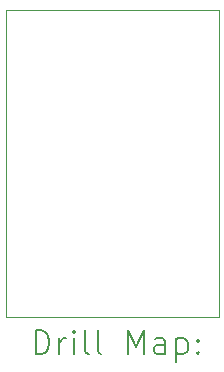
<source format=gbr>
%FSLAX45Y45*%
G04 Gerber Fmt 4.5, Leading zero omitted, Abs format (unit mm)*
G04 Created by KiCad (PCBNEW (6.0.5)) date 2023-11-29 10:09:19*
%MOMM*%
%LPD*%
G01*
G04 APERTURE LIST*
%TA.AperFunction,Profile*%
%ADD10C,0.100000*%
%TD*%
%ADD11C,0.200000*%
G04 APERTURE END LIST*
D10*
X12660000Y-7320000D02*
X14460000Y-7320000D01*
X14460000Y-7320000D02*
X14460000Y-9920000D01*
X14460000Y-9920000D02*
X12660000Y-9920000D01*
X12660000Y-9920000D02*
X12660000Y-7320000D01*
D11*
X12912619Y-10235476D02*
X12912619Y-10035476D01*
X12960238Y-10035476D01*
X12988809Y-10045000D01*
X13007857Y-10064048D01*
X13017381Y-10083095D01*
X13026905Y-10121190D01*
X13026905Y-10149762D01*
X13017381Y-10187857D01*
X13007857Y-10206905D01*
X12988809Y-10225952D01*
X12960238Y-10235476D01*
X12912619Y-10235476D01*
X13112619Y-10235476D02*
X13112619Y-10102143D01*
X13112619Y-10140238D02*
X13122143Y-10121190D01*
X13131667Y-10111667D01*
X13150714Y-10102143D01*
X13169762Y-10102143D01*
X13236428Y-10235476D02*
X13236428Y-10102143D01*
X13236428Y-10035476D02*
X13226905Y-10045000D01*
X13236428Y-10054524D01*
X13245952Y-10045000D01*
X13236428Y-10035476D01*
X13236428Y-10054524D01*
X13360238Y-10235476D02*
X13341190Y-10225952D01*
X13331667Y-10206905D01*
X13331667Y-10035476D01*
X13465000Y-10235476D02*
X13445952Y-10225952D01*
X13436428Y-10206905D01*
X13436428Y-10035476D01*
X13693571Y-10235476D02*
X13693571Y-10035476D01*
X13760238Y-10178333D01*
X13826905Y-10035476D01*
X13826905Y-10235476D01*
X14007857Y-10235476D02*
X14007857Y-10130714D01*
X13998333Y-10111667D01*
X13979286Y-10102143D01*
X13941190Y-10102143D01*
X13922143Y-10111667D01*
X14007857Y-10225952D02*
X13988809Y-10235476D01*
X13941190Y-10235476D01*
X13922143Y-10225952D01*
X13912619Y-10206905D01*
X13912619Y-10187857D01*
X13922143Y-10168810D01*
X13941190Y-10159286D01*
X13988809Y-10159286D01*
X14007857Y-10149762D01*
X14103095Y-10102143D02*
X14103095Y-10302143D01*
X14103095Y-10111667D02*
X14122143Y-10102143D01*
X14160238Y-10102143D01*
X14179286Y-10111667D01*
X14188809Y-10121190D01*
X14198333Y-10140238D01*
X14198333Y-10197381D01*
X14188809Y-10216429D01*
X14179286Y-10225952D01*
X14160238Y-10235476D01*
X14122143Y-10235476D01*
X14103095Y-10225952D01*
X14284048Y-10216429D02*
X14293571Y-10225952D01*
X14284048Y-10235476D01*
X14274524Y-10225952D01*
X14284048Y-10216429D01*
X14284048Y-10235476D01*
X14284048Y-10111667D02*
X14293571Y-10121190D01*
X14284048Y-10130714D01*
X14274524Y-10121190D01*
X14284048Y-10111667D01*
X14284048Y-10130714D01*
M02*

</source>
